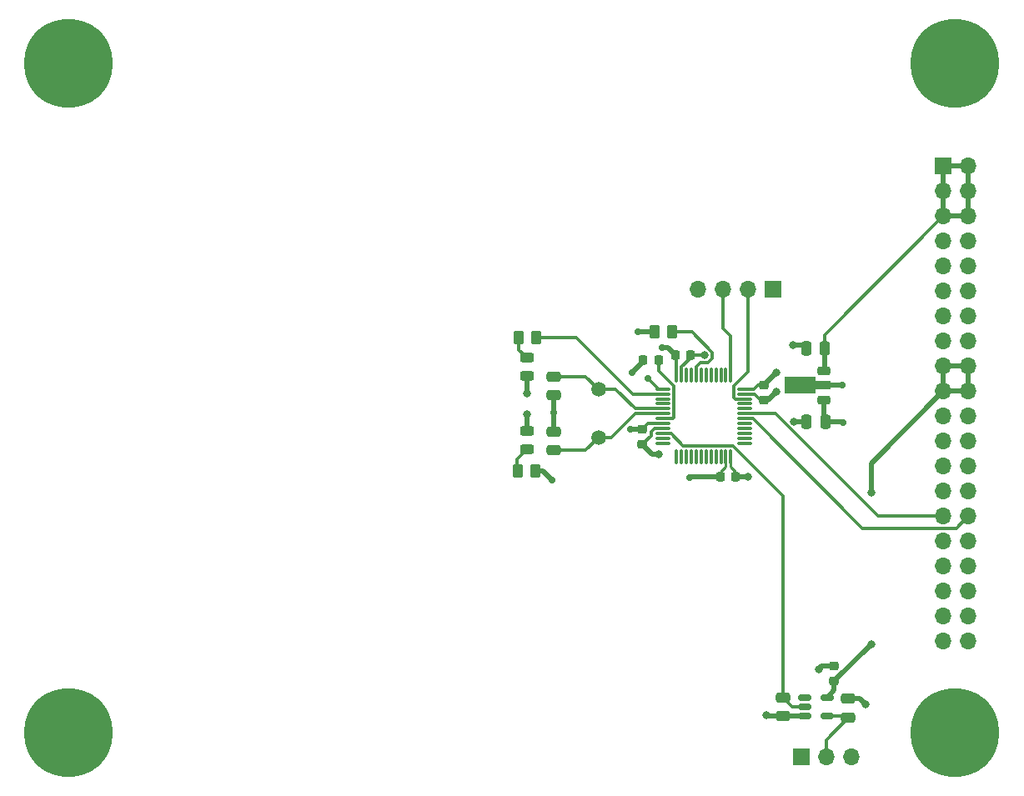
<source format=gtl>
%TF.GenerationSoftware,KiCad,Pcbnew,8.0.5*%
%TF.CreationDate,2025-03-12T16:07:21-07:00*%
%TF.ProjectId,Mechatronics LED,4d656368-6174-4726-9f6e-696373204c45,rev?*%
%TF.SameCoordinates,Original*%
%TF.FileFunction,Copper,L1,Top*%
%TF.FilePolarity,Positive*%
%FSLAX46Y46*%
G04 Gerber Fmt 4.6, Leading zero omitted, Abs format (unit mm)*
G04 Created by KiCad (PCBNEW 8.0.5) date 2025-03-12 16:07:21*
%MOMM*%
%LPD*%
G01*
G04 APERTURE LIST*
G04 Aperture macros list*
%AMRoundRect*
0 Rectangle with rounded corners*
0 $1 Rounding radius*
0 $2 $3 $4 $5 $6 $7 $8 $9 X,Y pos of 4 corners*
0 Add a 4 corners polygon primitive as box body*
4,1,4,$2,$3,$4,$5,$6,$7,$8,$9,$2,$3,0*
0 Add four circle primitives for the rounded corners*
1,1,$1+$1,$2,$3*
1,1,$1+$1,$4,$5*
1,1,$1+$1,$6,$7*
1,1,$1+$1,$8,$9*
0 Add four rect primitives between the rounded corners*
20,1,$1+$1,$2,$3,$4,$5,0*
20,1,$1+$1,$4,$5,$6,$7,0*
20,1,$1+$1,$6,$7,$8,$9,0*
20,1,$1+$1,$8,$9,$2,$3,0*%
%AMFreePoly0*
4,1,9,3.862500,-0.866500,0.737500,-0.866500,0.737500,-0.450000,-0.737500,-0.450000,-0.737500,0.450000,0.737500,0.450000,0.737500,0.866500,3.862500,0.866500,3.862500,-0.866500,3.862500,-0.866500,$1*%
G04 Aperture macros list end*
%TA.AperFunction,ComponentPad*%
%ADD10C,9.000000*%
%TD*%
%TA.AperFunction,SMDPad,CuDef*%
%ADD11RoundRect,0.250000X0.475000X-0.250000X0.475000X0.250000X-0.475000X0.250000X-0.475000X-0.250000X0*%
%TD*%
%TA.AperFunction,SMDPad,CuDef*%
%ADD12RoundRect,0.250000X-0.475000X0.250000X-0.475000X-0.250000X0.475000X-0.250000X0.475000X0.250000X0*%
%TD*%
%TA.AperFunction,SMDPad,CuDef*%
%ADD13RoundRect,0.225000X0.425000X0.225000X-0.425000X0.225000X-0.425000X-0.225000X0.425000X-0.225000X0*%
%TD*%
%TA.AperFunction,SMDPad,CuDef*%
%ADD14FreePoly0,180.000000*%
%TD*%
%TA.AperFunction,SMDPad,CuDef*%
%ADD15RoundRect,0.225000X-0.250000X0.225000X-0.250000X-0.225000X0.250000X-0.225000X0.250000X0.225000X0*%
%TD*%
%TA.AperFunction,ComponentPad*%
%ADD16R,1.700000X1.700000*%
%TD*%
%TA.AperFunction,ComponentPad*%
%ADD17O,1.700000X1.700000*%
%TD*%
%TA.AperFunction,SMDPad,CuDef*%
%ADD18RoundRect,0.150000X-0.512500X-0.150000X0.512500X-0.150000X0.512500X0.150000X-0.512500X0.150000X0*%
%TD*%
%TA.AperFunction,SMDPad,CuDef*%
%ADD19RoundRect,0.225000X0.225000X0.250000X-0.225000X0.250000X-0.225000X-0.250000X0.225000X-0.250000X0*%
%TD*%
%TA.AperFunction,ComponentPad*%
%ADD20C,1.500000*%
%TD*%
%TA.AperFunction,SMDPad,CuDef*%
%ADD21RoundRect,0.225000X-0.225000X-0.250000X0.225000X-0.250000X0.225000X0.250000X-0.225000X0.250000X0*%
%TD*%
%TA.AperFunction,SMDPad,CuDef*%
%ADD22RoundRect,0.250000X-0.262500X-0.450000X0.262500X-0.450000X0.262500X0.450000X-0.262500X0.450000X0*%
%TD*%
%TA.AperFunction,SMDPad,CuDef*%
%ADD23RoundRect,0.075000X-0.662500X-0.075000X0.662500X-0.075000X0.662500X0.075000X-0.662500X0.075000X0*%
%TD*%
%TA.AperFunction,SMDPad,CuDef*%
%ADD24RoundRect,0.075000X-0.075000X-0.662500X0.075000X-0.662500X0.075000X0.662500X-0.075000X0.662500X0*%
%TD*%
%TA.AperFunction,SMDPad,CuDef*%
%ADD25RoundRect,0.250000X0.262500X0.450000X-0.262500X0.450000X-0.262500X-0.450000X0.262500X-0.450000X0*%
%TD*%
%TA.AperFunction,SMDPad,CuDef*%
%ADD26RoundRect,0.250000X0.250000X0.475000X-0.250000X0.475000X-0.250000X-0.475000X0.250000X-0.475000X0*%
%TD*%
%TA.AperFunction,SMDPad,CuDef*%
%ADD27RoundRect,0.225000X0.250000X-0.225000X0.250000X0.225000X-0.250000X0.225000X-0.250000X-0.225000X0*%
%TD*%
%TA.AperFunction,SMDPad,CuDef*%
%ADD28RoundRect,0.243750X0.456250X-0.243750X0.456250X0.243750X-0.456250X0.243750X-0.456250X-0.243750X0*%
%TD*%
%TA.AperFunction,ViaPad*%
%ADD29C,0.800000*%
%TD*%
%TA.AperFunction,ViaPad*%
%ADD30C,0.700000*%
%TD*%
%TA.AperFunction,Conductor*%
%ADD31C,0.300000*%
%TD*%
%TA.AperFunction,Conductor*%
%ADD32C,0.500000*%
%TD*%
%TA.AperFunction,Conductor*%
%ADD33C,0.250000*%
%TD*%
G04 APERTURE END LIST*
D10*
%TO.P,REF\u002A\u002A,1*%
%TO.N,N/C*%
X186150000Y-123670000D03*
%TD*%
D11*
%TO.P,C3,1*%
%TO.N,GND*%
X145375000Y-89375000D03*
%TO.P,C3,2*%
%TO.N,Net-(U2-PD0)*%
X145375000Y-87475000D03*
%TD*%
D12*
%TO.P,C4,1*%
%TO.N,GND*%
X145375000Y-93075000D03*
%TO.P,C4,2*%
%TO.N,Net-(U2-PD1)*%
X145375000Y-94975000D03*
%TD*%
D10*
%TO.P,REF\u002A\u002A,1*%
%TO.N,N/C*%
X96150000Y-55670000D03*
%TD*%
D13*
%TO.P,U1,1,OUT*%
%TO.N,3V3*%
X172840000Y-89880000D03*
D14*
%TO.P,U1,2,GND*%
%TO.N,GND*%
X172752500Y-88380000D03*
D13*
%TO.P,U1,3,IN*%
%TO.N,VBATSW*%
X172840000Y-86880000D03*
%TD*%
D15*
%TO.P,C12,1*%
%TO.N,GND*%
X173875000Y-116900000D03*
%TO.P,C12,2*%
%TO.N,5V*%
X173875000Y-118450000D03*
%TD*%
D16*
%TO.P,J1,1,VBATSW*%
%TO.N,VBATSW*%
X184960000Y-66120000D03*
D17*
%TO.P,J1,2,VBATSW*%
X187500000Y-66120000D03*
%TO.P,J1,3,VBATSW*%
X184960000Y-68660000D03*
%TO.P,J1,4,VBATSW*%
X187500000Y-68660000D03*
%TO.P,J1,5,VBATSW*%
X184960000Y-71200000D03*
%TO.P,J1,6,VBATSW*%
X187500000Y-71200000D03*
%TO.P,J1,7,GND*%
%TO.N,GND*%
X184960000Y-73740000D03*
%TO.P,J1,8,GND*%
X187500000Y-73740000D03*
%TO.P,J1,9,VAO*%
%TO.N,unconnected-(J1-VAO-Pad9)*%
X184960000Y-76280000D03*
%TO.P,J1,10,EXT_MOTOR_KILL*%
%TO.N,unconnected-(J1-EXT_MOTOR_KILL-Pad10)*%
X187500000Y-76280000D03*
%TO.P,J1,11,BUTTON_IN*%
%TO.N,unconnected-(J1-BUTTON_IN-Pad11)*%
X184960000Y-78820000D03*
%TO.P,J1,12,FAULT*%
%TO.N,unconnected-(J1-FAULT-Pad12)*%
X187500000Y-78820000D03*
%TO.P,J1,13,INT_MOTOR_KILL*%
%TO.N,unconnected-(J1-INT_MOTOR_KILL-Pad13)*%
X184960000Y-81360000D03*
%TO.P,J1,14,POWER_OFF*%
%TO.N,unconnected-(J1-POWER_OFF-Pad14)*%
X187500000Y-81360000D03*
%TO.P,J1,15,GND*%
%TO.N,GND*%
X184960000Y-83900000D03*
%TO.P,J1,16,GND*%
X187500000Y-83900000D03*
%TO.P,J1,17,5V*%
%TO.N,5V*%
X184960000Y-86440000D03*
%TO.P,J1,18,5V*%
X187500000Y-86440000D03*
%TO.P,J1,19,5V*%
X184960000Y-88980000D03*
%TO.P,J1,20,5V*%
X187500000Y-88980000D03*
%TO.P,J1,21,I2C_0_SDA*%
%TO.N,unconnected-(J1-I2C_0_SDA-Pad21)*%
X184960000Y-91520000D03*
%TO.P,J1,22,12C_0_SCL*%
%TO.N,unconnected-(J1-12C_0_SCL-Pad22)*%
X187500000Y-91520000D03*
%TO.P,J1,23,I2C_1_SDA*%
%TO.N,unconnected-(J1-I2C_1_SDA-Pad23)*%
X184960000Y-94060000D03*
%TO.P,J1,24,I2C_1_SCL*%
%TO.N,unconnected-(J1-I2C_1_SCL-Pad24)*%
X187500000Y-94060000D03*
%TO.P,J1,25,GND*%
%TO.N,GND*%
X184960000Y-96600000D03*
%TO.P,J1,26,GND*%
X187500000Y-96600000D03*
%TO.P,J1,27,UART_0_TX*%
%TO.N,unconnected-(J1-UART_0_TX-Pad27)*%
X184960000Y-99140000D03*
%TO.P,J1,28,UART_0_RX*%
%TO.N,unconnected-(J1-UART_0_RX-Pad28)*%
X187500000Y-99140000D03*
%TO.P,J1,29,UART_1_TX*%
%TO.N,UART1_RX*%
X184960000Y-101680000D03*
%TO.P,J1,30,UART_1_RX*%
%TO.N,UART1_TX*%
X187500000Y-101680000D03*
%TO.P,J1,31,UART_2_TX*%
%TO.N,unconnected-(J1-UART_2_TX-Pad31)*%
X184960000Y-104220000D03*
%TO.P,J1,32,UART_2_RX*%
%TO.N,unconnected-(J1-UART_2_RX-Pad32)*%
X187500000Y-104220000D03*
%TO.P,J1,33,GND*%
%TO.N,GND*%
X184960000Y-106760000D03*
%TO.P,J1,34,GND*%
X187500000Y-106760000D03*
%TO.P,J1,35,SPARE_5*%
%TO.N,unconnected-(J1-SPARE_5-Pad35)*%
X184960000Y-109300000D03*
%TO.P,J1,36,SPARE_4*%
%TO.N,unconnected-(J1-SPARE_4-Pad36)*%
X187500000Y-109300000D03*
%TO.P,J1,37,SPARE_3*%
%TO.N,unconnected-(J1-SPARE_3-Pad37)*%
X184960000Y-111840000D03*
%TO.P,J1,38,SPARE_2*%
%TO.N,unconnected-(J1-SPARE_2-Pad38)*%
X187500000Y-111840000D03*
%TO.P,J1,39,SPARE_1*%
%TO.N,unconnected-(J1-SPARE_1-Pad39)*%
X184960000Y-114380000D03*
%TO.P,J1,40,SPARE_0*%
%TO.N,unconnected-(J1-SPARE_0-Pad40)*%
X187500000Y-114380000D03*
%TD*%
D18*
%TO.P,U3,1,NC*%
%TO.N,unconnected-(U3-NC-Pad1)*%
X170850000Y-120075000D03*
%TO.P,U3,2,A*%
%TO.N,TIM2_CH1*%
X170850000Y-121025000D03*
%TO.P,U3,3,GND*%
%TO.N,GND*%
X170850000Y-121975000D03*
%TO.P,U3,4,Y*%
%TO.N,TIM2_5V_SHIFT*%
X173125000Y-121975000D03*
%TO.P,U3,5,VCC*%
%TO.N,5V*%
X173125000Y-120075000D03*
%TD*%
D19*
%TO.P,C8,1*%
%TO.N,3V3*%
X163875000Y-97700000D03*
%TO.P,C8,2*%
%TO.N,GND*%
X162325000Y-97700000D03*
%TD*%
D16*
%TO.P,J3,1,Pin_1*%
%TO.N,3V3*%
X167680000Y-78600000D03*
D17*
%TO.P,J3,2,Pin_2*%
%TO.N,SWDIO*%
X165140000Y-78600000D03*
%TO.P,J3,3,Pin_3*%
%TO.N,SWCLK*%
X162600000Y-78600000D03*
%TO.P,J3,4,Pin_4*%
%TO.N,GND*%
X160060000Y-78600000D03*
%TD*%
D15*
%TO.P,C7,1*%
%TO.N,3V3*%
X166700000Y-88325000D03*
%TO.P,C7,2*%
%TO.N,GND*%
X166700000Y-89875000D03*
%TD*%
D20*
%TO.P,Y1,1,1*%
%TO.N,Net-(U2-PD1)*%
X149925000Y-93650000D03*
%TO.P,Y1,2,2*%
%TO.N,Net-(U2-PD0)*%
X149925000Y-88770000D03*
%TD*%
D11*
%TO.P,C11,1*%
%TO.N,TIM2_5V_SHIFT*%
X175300000Y-122125000D03*
%TO.P,C11,2*%
%TO.N,GND*%
X175300000Y-120225000D03*
%TD*%
D10*
%TO.P,REF\u002A\u002A,1*%
%TO.N,N/C*%
X96150000Y-123670000D03*
%TD*%
D12*
%TO.P,C10,1*%
%TO.N,TIM2_CH1*%
X168650000Y-120075000D03*
%TO.P,C10,2*%
%TO.N,GND*%
X168650000Y-121975000D03*
%TD*%
D21*
%TO.P,C6,1*%
%TO.N,3V3*%
X157725000Y-85325000D03*
%TO.P,C6,2*%
%TO.N,GND*%
X159275000Y-85325000D03*
%TD*%
D22*
%TO.P,R1,1*%
%TO.N,Net-(D1-A)*%
X141825000Y-83525000D03*
%TO.P,R1,2*%
%TO.N,Net-(U2-PC13)*%
X143650000Y-83525000D03*
%TD*%
D10*
%TO.P,REF\u002A\u002A,1*%
%TO.N,N/C*%
X186150000Y-55670000D03*
%TD*%
D21*
%TO.P,C5,1*%
%TO.N,GND*%
X154475000Y-85800000D03*
%TO.P,C5,2*%
%TO.N,Net-(U2-NRST)*%
X156025000Y-85800000D03*
%TD*%
D16*
%TO.P,J2,1,Pin_1*%
%TO.N,GND*%
X170500000Y-126100000D03*
D17*
%TO.P,J2,2,Pin_2*%
%TO.N,TIM2_5V_SHIFT*%
X173040000Y-126100000D03*
%TO.P,J2,3,Pin_3*%
%TO.N,5V*%
X175580000Y-126100000D03*
%TD*%
D23*
%TO.P,U2,1,VBAT*%
%TO.N,3V3*%
X156462500Y-88757500D03*
%TO.P,U2,2,PC13*%
%TO.N,Net-(U2-PC13)*%
X156462500Y-89257500D03*
%TO.P,U2,3,PC14*%
%TO.N,unconnected-(U2-PC14-Pad3)*%
X156462500Y-89757500D03*
%TO.P,U2,4,PC15*%
%TO.N,unconnected-(U2-PC15-Pad4)*%
X156462500Y-90257500D03*
%TO.P,U2,5,PD0*%
%TO.N,Net-(U2-PD0)*%
X156462500Y-90757500D03*
%TO.P,U2,6,PD1*%
%TO.N,Net-(U2-PD1)*%
X156462500Y-91257500D03*
%TO.P,U2,7,NRST*%
%TO.N,Net-(U2-NRST)*%
X156462500Y-91757500D03*
%TO.P,U2,8,VSSA*%
%TO.N,GND*%
X156462500Y-92257500D03*
%TO.P,U2,9,VDDA*%
%TO.N,3V3*%
X156462500Y-92757500D03*
%TO.P,U2,10,PA0*%
%TO.N,TIM2_CH1*%
X156462500Y-93257500D03*
%TO.P,U2,11,PA1*%
%TO.N,unconnected-(U2-PA1-Pad11)*%
X156462500Y-93757500D03*
%TO.P,U2,12,PA2*%
%TO.N,unconnected-(U2-PA2-Pad12)*%
X156462500Y-94257500D03*
D24*
%TO.P,U2,13,PA3*%
%TO.N,unconnected-(U2-PA3-Pad13)*%
X157875000Y-95670000D03*
%TO.P,U2,14,PA4*%
%TO.N,unconnected-(U2-PA4-Pad14)*%
X158375000Y-95670000D03*
%TO.P,U2,15,PA5*%
%TO.N,unconnected-(U2-PA5-Pad15)*%
X158875000Y-95670000D03*
%TO.P,U2,16,PA6*%
%TO.N,unconnected-(U2-PA6-Pad16)*%
X159375000Y-95670000D03*
%TO.P,U2,17,PA7*%
%TO.N,unconnected-(U2-PA7-Pad17)*%
X159875000Y-95670000D03*
%TO.P,U2,18,PB0*%
%TO.N,unconnected-(U2-PB0-Pad18)*%
X160375000Y-95670000D03*
%TO.P,U2,19,PB1*%
%TO.N,unconnected-(U2-PB1-Pad19)*%
X160875000Y-95670000D03*
%TO.P,U2,20,PB2*%
%TO.N,unconnected-(U2-PB2-Pad20)*%
X161375000Y-95670000D03*
%TO.P,U2,21,PB10*%
%TO.N,unconnected-(U2-PB10-Pad21)*%
X161875000Y-95670000D03*
%TO.P,U2,22,PB11*%
%TO.N,unconnected-(U2-PB11-Pad22)*%
X162375000Y-95670000D03*
%TO.P,U2,23,VSS*%
%TO.N,GND*%
X162875000Y-95670000D03*
%TO.P,U2,24,VDD*%
%TO.N,3V3*%
X163375000Y-95670000D03*
D23*
%TO.P,U2,25,PB12*%
%TO.N,unconnected-(U2-PB12-Pad25)*%
X164787500Y-94257500D03*
%TO.P,U2,26,PB13*%
%TO.N,unconnected-(U2-PB13-Pad26)*%
X164787500Y-93757500D03*
%TO.P,U2,27,PB14*%
%TO.N,unconnected-(U2-PB14-Pad27)*%
X164787500Y-93257500D03*
%TO.P,U2,28,PB15*%
%TO.N,unconnected-(U2-PB15-Pad28)*%
X164787500Y-92757500D03*
%TO.P,U2,29,PA8*%
%TO.N,unconnected-(U2-PA8-Pad29)*%
X164787500Y-92257500D03*
%TO.P,U2,30,USART1_TX*%
%TO.N,UART1_TX*%
X164787500Y-91757500D03*
%TO.P,U2,31,USART1_RX*%
%TO.N,UART1_RX*%
X164787500Y-91257500D03*
%TO.P,U2,32,PA11*%
%TO.N,unconnected-(U2-PA11-Pad32)*%
X164787500Y-90757500D03*
%TO.P,U2,33,PA12*%
%TO.N,unconnected-(U2-PA12-Pad33)*%
X164787500Y-90257500D03*
%TO.P,U2,34,PA13*%
%TO.N,SWDIO*%
X164787500Y-89757500D03*
%TO.P,U2,35,VSS*%
%TO.N,GND*%
X164787500Y-89257500D03*
%TO.P,U2,36,VDD*%
%TO.N,3V3*%
X164787500Y-88757500D03*
D24*
%TO.P,U2,37,PA14*%
%TO.N,SWCLK*%
X163375000Y-87345000D03*
%TO.P,U2,38,PA15*%
%TO.N,unconnected-(U2-PA15-Pad38)*%
X162875000Y-87345000D03*
%TO.P,U2,39,PB3*%
%TO.N,unconnected-(U2-PB3-Pad39)*%
X162375000Y-87345000D03*
%TO.P,U2,40,PB4*%
%TO.N,unconnected-(U2-PB4-Pad40)*%
X161875000Y-87345000D03*
%TO.P,U2,41,PB5*%
%TO.N,unconnected-(U2-PB5-Pad41)*%
X161375000Y-87345000D03*
%TO.P,U2,42,PB6*%
%TO.N,unconnected-(U2-PB6-Pad42)*%
X160875000Y-87345000D03*
%TO.P,U2,43,PB7*%
%TO.N,unconnected-(U2-PB7-Pad43)*%
X160375000Y-87345000D03*
%TO.P,U2,44,BOOT0*%
%TO.N,Net-(U2-BOOT0)*%
X159875000Y-87345000D03*
%TO.P,U2,45,PB8*%
%TO.N,unconnected-(U2-PB8-Pad45)*%
X159375000Y-87345000D03*
%TO.P,U2,46,PB9*%
%TO.N,unconnected-(U2-PB9-Pad46)*%
X158875000Y-87345000D03*
%TO.P,U2,47,VSS*%
%TO.N,GND*%
X158375000Y-87345000D03*
%TO.P,U2,48,VDD*%
%TO.N,3V3*%
X157875000Y-87345000D03*
%TD*%
D25*
%TO.P,R2,1*%
%TO.N,Net-(U2-BOOT0)*%
X157437500Y-82950000D03*
%TO.P,R2,2*%
%TO.N,GND*%
X155612500Y-82950000D03*
%TD*%
D26*
%TO.P,C2,1*%
%TO.N,3V3*%
X172970000Y-92100000D03*
%TO.P,C2,2*%
%TO.N,GND*%
X171070000Y-92100000D03*
%TD*%
D27*
%TO.P,C9,1*%
%TO.N,3V3*%
X154400000Y-94400000D03*
%TO.P,C9,2*%
%TO.N,GND*%
X154400000Y-92850000D03*
%TD*%
D22*
%TO.P,R3,1*%
%TO.N,Net-(D2-K)*%
X141737500Y-97075000D03*
%TO.P,R3,2*%
%TO.N,GND*%
X143562500Y-97075000D03*
%TD*%
D28*
%TO.P,D1,1,K*%
%TO.N,GND*%
X142650000Y-87462500D03*
%TO.P,D1,2,A*%
%TO.N,Net-(D1-A)*%
X142650000Y-85587500D03*
%TD*%
%TO.P,D2,1,K*%
%TO.N,Net-(D2-K)*%
X142650000Y-94912500D03*
%TO.P,D2,2,A*%
%TO.N,3V3*%
X142650000Y-93037500D03*
%TD*%
D26*
%TO.P,C1,1*%
%TO.N,VBATSW*%
X172910000Y-84640000D03*
%TO.P,C1,2*%
%TO.N,GND*%
X171010000Y-84640000D03*
%TD*%
D29*
%TO.N,GND*%
X142650000Y-89200000D03*
X168025000Y-89025000D03*
X169800000Y-92100000D03*
D30*
X153975000Y-82950000D03*
X159175000Y-97725000D03*
D29*
X160725000Y-85325000D03*
X166975000Y-121925000D03*
X177075000Y-120800000D03*
D30*
X153375000Y-87075000D03*
X145225000Y-98025000D03*
X145387500Y-91175000D03*
D29*
X172300000Y-117200000D03*
X169700000Y-84300000D03*
D30*
X174700000Y-88375000D03*
X153200000Y-92850000D03*
D29*
%TO.N,3V3*%
X165100000Y-97700000D03*
D30*
X154950000Y-87675000D03*
X156425000Y-84575000D03*
D29*
X142650000Y-91300000D03*
D30*
X174775000Y-92150000D03*
D29*
X156100000Y-95375000D03*
X167975000Y-87100000D03*
%TO.N,5V*%
X177625000Y-99275000D03*
X177625000Y-114650000D03*
%TD*%
D31*
%TO.N,GND*%
X154992500Y-92257500D02*
X154400000Y-92850000D01*
D32*
X144275000Y-97075000D02*
X145225000Y-98025000D01*
X170850000Y-121975000D02*
X168650000Y-121975000D01*
X145375000Y-91187500D02*
X145387500Y-91175000D01*
X172600000Y-116900000D02*
X172300000Y-117200000D01*
D33*
X162325000Y-97175000D02*
X162325000Y-97700000D01*
D32*
X143562500Y-97075000D02*
X144275000Y-97075000D01*
X170670000Y-84300000D02*
X171010000Y-84640000D01*
D31*
X158375000Y-86504380D02*
X159275000Y-85604380D01*
D32*
X159200000Y-97700000D02*
X159175000Y-97725000D01*
X162325000Y-97700000D02*
X159200000Y-97700000D01*
X154475000Y-85975000D02*
X153375000Y-87075000D01*
X173875000Y-116900000D02*
X172600000Y-116900000D01*
X176500000Y-120225000D02*
X177075000Y-120800000D01*
X167175000Y-89875000D02*
X168025000Y-89025000D01*
X169700000Y-84300000D02*
X170670000Y-84300000D01*
D33*
X162875000Y-95670000D02*
X162875000Y-96625000D01*
D32*
X145375000Y-91162500D02*
X145387500Y-91175000D01*
D31*
X159275000Y-85325000D02*
X160725000Y-85325000D01*
X165757500Y-89257500D02*
X166375000Y-89875000D01*
D32*
X167025000Y-121975000D02*
X166975000Y-121925000D01*
D31*
X159275000Y-85604380D02*
X159275000Y-85325000D01*
D32*
X145375000Y-89375000D02*
X145375000Y-91162500D01*
X175300000Y-120225000D02*
X176500000Y-120225000D01*
X145375000Y-93075000D02*
X145375000Y-91187500D01*
X154475000Y-85800000D02*
X154475000Y-85975000D01*
X174695000Y-88380000D02*
X174700000Y-88375000D01*
X166700000Y-89875000D02*
X167175000Y-89875000D01*
D31*
X164787500Y-89257500D02*
X165757500Y-89257500D01*
X156462500Y-92257500D02*
X154992500Y-92257500D01*
D32*
X169800000Y-92100000D02*
X171070000Y-92100000D01*
X172752500Y-88380000D02*
X174695000Y-88380000D01*
X142650000Y-87462500D02*
X142650000Y-89200000D01*
D31*
X158375000Y-87345000D02*
X158375000Y-86504380D01*
D32*
X154400000Y-92850000D02*
X153200000Y-92850000D01*
D33*
X162875000Y-96625000D02*
X162325000Y-97175000D01*
D32*
X155612500Y-82950000D02*
X153975000Y-82950000D01*
X168650000Y-121975000D02*
X167025000Y-121975000D01*
D31*
X166375000Y-89875000D02*
X166700000Y-89875000D01*
D32*
%TO.N,VBATSW*%
X187500000Y-71200000D02*
X184960000Y-71200000D01*
X184960000Y-66120000D02*
X187500000Y-66120000D01*
X172910000Y-84640000D02*
X172910000Y-86810000D01*
D31*
X172910000Y-83250000D02*
X184960000Y-71200000D01*
D32*
X172910000Y-86810000D02*
X172840000Y-86880000D01*
D31*
X172910000Y-84640000D02*
X172910000Y-83250000D01*
D32*
X184960000Y-68660000D02*
X184960000Y-66120000D01*
X187500000Y-68660000D02*
X187500000Y-71200000D01*
X187500000Y-66120000D02*
X187500000Y-68660000D01*
X184960000Y-71200000D02*
X184960000Y-68660000D01*
%TO.N,3V3*%
X142650000Y-93037500D02*
X142650000Y-91300000D01*
X155375000Y-95375000D02*
X156100000Y-95375000D01*
D33*
X163375000Y-96675000D02*
X163875000Y-97175000D01*
D32*
X166700000Y-88325000D02*
X166750000Y-88325000D01*
X166750000Y-88325000D02*
X167975000Y-87100000D01*
D31*
X164787500Y-88757500D02*
X165742500Y-88757500D01*
D32*
X163875000Y-97700000D02*
X165100000Y-97700000D01*
X174725000Y-92100000D02*
X174775000Y-92150000D01*
D31*
X157875000Y-87345000D02*
X157875000Y-85475000D01*
D32*
X172840000Y-89880000D02*
X172840000Y-91970000D01*
D31*
X165742500Y-88757500D02*
X166175000Y-88325000D01*
X155621880Y-92757500D02*
X155300000Y-93079380D01*
X155300000Y-93500000D02*
X154400000Y-94400000D01*
D32*
X156425000Y-84575000D02*
X156975000Y-84575000D01*
X172970000Y-92100000D02*
X174725000Y-92100000D01*
X156975000Y-84575000D02*
X157725000Y-85325000D01*
D31*
X155300000Y-93079380D02*
X155300000Y-93500000D01*
D32*
X172840000Y-91970000D02*
X172970000Y-92100000D01*
D31*
X156462500Y-88757500D02*
X156032500Y-88757500D01*
D33*
X163875000Y-97175000D02*
X163875000Y-97700000D01*
D31*
X157875000Y-85475000D02*
X157725000Y-85325000D01*
D32*
X154400000Y-94400000D02*
X155375000Y-95375000D01*
D33*
X163375000Y-95670000D02*
X163375000Y-96675000D01*
D31*
X166175000Y-88325000D02*
X166700000Y-88325000D01*
X156462500Y-92757500D02*
X155621880Y-92757500D01*
X156032500Y-88757500D02*
X154950000Y-87675000D01*
%TO.N,Net-(U2-PD0)*%
X148630000Y-87475000D02*
X149925000Y-88770000D01*
X151670000Y-88770000D02*
X153657500Y-90757500D01*
X145375000Y-87475000D02*
X148630000Y-87475000D01*
X153657500Y-90757500D02*
X156462500Y-90757500D01*
X149925000Y-88770000D02*
X151670000Y-88770000D01*
%TO.N,Net-(U2-PD1)*%
X151275000Y-93650000D02*
X153667500Y-91257500D01*
X149925000Y-93650000D02*
X151275000Y-93650000D01*
X148600000Y-94975000D02*
X149925000Y-93650000D01*
X145375000Y-94975000D02*
X148600000Y-94975000D01*
D33*
X145685000Y-94665000D02*
X145375000Y-94975000D01*
D31*
X153667500Y-91257500D02*
X156462500Y-91257500D01*
%TO.N,Net-(U2-NRST)*%
X156025000Y-86925000D02*
X156025000Y-85800000D01*
X157550000Y-88450000D02*
X156025000Y-86925000D01*
X157550000Y-91689339D02*
X157550000Y-88450000D01*
X157481839Y-91757500D02*
X157550000Y-91689339D01*
X156462500Y-91757500D02*
X157481839Y-91757500D01*
%TO.N,Net-(D1-A)*%
X141825000Y-84762500D02*
X142650000Y-85587500D01*
X141825000Y-83525000D02*
X141825000Y-84762500D01*
%TO.N,Net-(D2-K)*%
X141650000Y-95912500D02*
X141650000Y-96987500D01*
X142650000Y-94912500D02*
X141650000Y-95912500D01*
X141650000Y-96987500D02*
X141737500Y-97075000D01*
%TO.N,TIM2_CH1*%
X163556240Y-94510620D02*
X168650000Y-99604380D01*
X158556240Y-94510620D02*
X163556240Y-94510620D01*
X169600000Y-121025000D02*
X170850000Y-121025000D01*
X157303120Y-93257500D02*
X156462500Y-93257500D01*
X168650000Y-99604380D02*
X168650000Y-120075000D01*
X168650000Y-120075000D02*
X169600000Y-121025000D01*
X158556240Y-94510620D02*
X157303120Y-93257500D01*
D32*
%TO.N,5V*%
X187500000Y-88980000D02*
X184960000Y-88980000D01*
X173875000Y-118450000D02*
X173875000Y-119325000D01*
X173875000Y-118450000D02*
X177625000Y-114700000D01*
X184960000Y-86440000D02*
X187500000Y-86440000D01*
X177625000Y-114700000D02*
X177625000Y-114650000D01*
X177625000Y-96315000D02*
X184960000Y-88980000D01*
X187500000Y-86440000D02*
X187500000Y-88980000D01*
X184960000Y-88980000D02*
X184960000Y-86440000D01*
X173875000Y-119325000D02*
X173125000Y-120075000D01*
X177625000Y-99275000D02*
X177625000Y-96315000D01*
D31*
%TO.N,SWDIO*%
X163700000Y-88400000D02*
X163700000Y-89625000D01*
X165140000Y-78600000D02*
X165140000Y-86960000D01*
X165140000Y-86960000D02*
X163700000Y-88400000D01*
X163700000Y-89625000D02*
X163832500Y-89757500D01*
X163832500Y-89757500D02*
X164787500Y-89757500D01*
%TO.N,SWCLK*%
X162600000Y-82600000D02*
X162600000Y-78600000D01*
X163375000Y-87345000D02*
X163375000Y-83375000D01*
X163375000Y-83375000D02*
X162600000Y-82600000D01*
%TO.N,Net-(U2-PC13)*%
X143650000Y-83525000D02*
X147675000Y-83525000D01*
X147675000Y-83525000D02*
X153407500Y-89257500D01*
X153407500Y-89257500D02*
X156462500Y-89257500D01*
%TO.N,Net-(U2-BOOT0)*%
X159875000Y-86504380D02*
X160304380Y-86075000D01*
X161475000Y-85635661D02*
X161475000Y-85014339D01*
X159410661Y-82950000D02*
X157437500Y-82950000D01*
X159875000Y-87345000D02*
X159875000Y-86504380D01*
X161035661Y-86075000D02*
X161475000Y-85635661D01*
X160304380Y-86075000D02*
X161035661Y-86075000D01*
X161475000Y-85014339D02*
X159410661Y-82950000D01*
%TO.N,UART1_RX*%
X178319339Y-101680000D02*
X184960000Y-101680000D01*
X167896839Y-91257500D02*
X178319339Y-101680000D01*
X164787500Y-91257500D02*
X167896839Y-91257500D01*
%TO.N,UART1_TX*%
X186300000Y-102880000D02*
X187500000Y-101680000D01*
X165628120Y-91757500D02*
X176750620Y-102880000D01*
X164787500Y-91757500D02*
X165628120Y-91757500D01*
X176750620Y-102880000D02*
X186300000Y-102880000D01*
%TO.N,TIM2_5V_SHIFT*%
X175150000Y-121975000D02*
X175300000Y-122125000D01*
X173125000Y-121975000D02*
X175150000Y-121975000D01*
X173040000Y-124385000D02*
X173040000Y-126100000D01*
X175300000Y-122125000D02*
X173040000Y-124385000D01*
%TD*%
M02*

</source>
